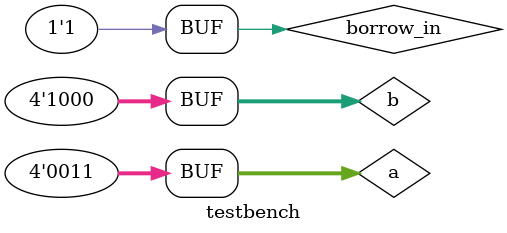
<source format=v>
`timescale 1ns/1ns
module testbench();

reg[3:0] a;
reg[3:0] b;
reg borrow_in;
wire[3:0] diff;
wire borrow_out;

Subtractor4 myUUT(
  .a(a)
  , .b(b)
  , .borrow_in(borrow_in)
  , .diff(diff)
  , .borrow_out(borrow_out)
);

initial begin
a = 0;
b = 0;
borrow_in = 0;

#10;
a = 4'd8;
b = 4'd5;
borrow_in = 1'b0;

#10;
a = 4'd12;
b = 4'd6;
borrow_in = 1'b1;

#10;
a = 4'd6;
b = 4'd10;
borrow_in = 1'b0;

#10;
a = 4'd3;
b = 4'd8;
borrow_in = 1'b1;

#10;
end

endmodule
</source>
